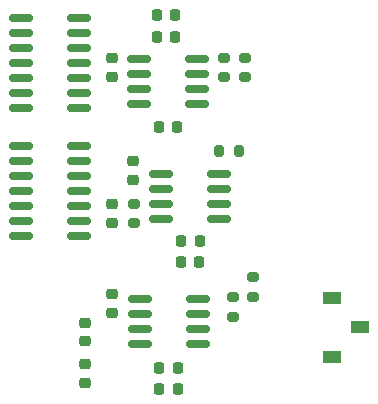
<source format=gtp>
%TF.GenerationSoftware,KiCad,Pcbnew,8.0.7*%
%TF.CreationDate,2025-01-18T18:37:27+05:30*%
%TF.ProjectId,AOS16 Timer,414f5331-3620-4546-996d-65722e6b6963,rev?*%
%TF.SameCoordinates,Original*%
%TF.FileFunction,Paste,Top*%
%TF.FilePolarity,Positive*%
%FSLAX46Y46*%
G04 Gerber Fmt 4.6, Leading zero omitted, Abs format (unit mm)*
G04 Created by KiCad (PCBNEW 8.0.7) date 2025-01-18 18:37:27*
%MOMM*%
%LPD*%
G01*
G04 APERTURE LIST*
G04 Aperture macros list*
%AMRoundRect*
0 Rectangle with rounded corners*
0 $1 Rounding radius*
0 $2 $3 $4 $5 $6 $7 $8 $9 X,Y pos of 4 corners*
0 Add a 4 corners polygon primitive as box body*
4,1,4,$2,$3,$4,$5,$6,$7,$8,$9,$2,$3,0*
0 Add four circle primitives for the rounded corners*
1,1,$1+$1,$2,$3*
1,1,$1+$1,$4,$5*
1,1,$1+$1,$6,$7*
1,1,$1+$1,$8,$9*
0 Add four rect primitives between the rounded corners*
20,1,$1+$1,$2,$3,$4,$5,0*
20,1,$1+$1,$4,$5,$6,$7,0*
20,1,$1+$1,$6,$7,$8,$9,0*
20,1,$1+$1,$8,$9,$2,$3,0*%
G04 Aperture macros list end*
%ADD10RoundRect,0.218750X0.256250X-0.218750X0.256250X0.218750X-0.256250X0.218750X-0.256250X-0.218750X0*%
%ADD11RoundRect,0.150000X-0.825000X-0.150000X0.825000X-0.150000X0.825000X0.150000X-0.825000X0.150000X0*%
%ADD12RoundRect,0.225000X0.250000X-0.225000X0.250000X0.225000X-0.250000X0.225000X-0.250000X-0.225000X0*%
%ADD13RoundRect,0.225000X0.225000X0.250000X-0.225000X0.250000X-0.225000X-0.250000X0.225000X-0.250000X0*%
%ADD14RoundRect,0.200000X0.200000X0.275000X-0.200000X0.275000X-0.200000X-0.275000X0.200000X-0.275000X0*%
%ADD15RoundRect,0.225000X-0.250000X0.225000X-0.250000X-0.225000X0.250000X-0.225000X0.250000X0.225000X0*%
%ADD16RoundRect,0.150000X0.825000X0.150000X-0.825000X0.150000X-0.825000X-0.150000X0.825000X-0.150000X0*%
%ADD17R,1.600000X1.000000*%
%ADD18RoundRect,0.200000X-0.275000X0.200000X-0.275000X-0.200000X0.275000X-0.200000X0.275000X0.200000X0*%
%ADD19RoundRect,0.200000X0.275000X-0.200000X0.275000X0.200000X-0.275000X0.200000X-0.275000X-0.200000X0*%
%ADD20RoundRect,0.225000X-0.225000X-0.250000X0.225000X-0.250000X0.225000X0.250000X-0.225000X0.250000X0*%
G04 APERTURE END LIST*
D10*
%TO.C,D2*%
X78000000Y-87487500D03*
X78000000Y-85912500D03*
%TD*%
D11*
%TO.C,U1*%
X82525000Y-63595000D03*
X82525000Y-64865000D03*
X82525000Y-66135000D03*
X82525000Y-67405000D03*
X87475000Y-67405000D03*
X87475000Y-66135000D03*
X87475000Y-64865000D03*
X87475000Y-63595000D03*
%TD*%
D12*
%TO.C,C5*%
X82088300Y-73800000D03*
X82088300Y-72250000D03*
%TD*%
D13*
%TO.C,C3*%
X85600000Y-61700000D03*
X84050000Y-61700000D03*
%TD*%
D14*
%TO.C,R3*%
X91000000Y-71350000D03*
X89350000Y-71350000D03*
%TD*%
D12*
%TO.C,C1*%
X80285000Y-65075000D03*
X80285000Y-63525000D03*
%TD*%
D15*
%TO.C,C6*%
X80250000Y-75900000D03*
X80250000Y-77450000D03*
%TD*%
D16*
%TO.C,U3*%
X87563300Y-87705000D03*
X87563300Y-86435000D03*
X87563300Y-85165000D03*
X87563300Y-83895000D03*
X82613300Y-83895000D03*
X82613300Y-85165000D03*
X82613300Y-86435000D03*
X82613300Y-87705000D03*
%TD*%
D17*
%TO.C,S1*%
X98875000Y-83800000D03*
X101275000Y-86300000D03*
X98875000Y-88800000D03*
%TD*%
D13*
%TO.C,C2*%
X85800000Y-69300000D03*
X84250000Y-69300000D03*
%TD*%
D18*
%TO.C,R1*%
X89750000Y-63475000D03*
X89750000Y-65125000D03*
%TD*%
D10*
%TO.C,D1*%
X78000000Y-91000000D03*
X78000000Y-89425000D03*
%TD*%
D19*
%TO.C,R4*%
X82150000Y-77500000D03*
X82150000Y-75850000D03*
%TD*%
D20*
%TO.C,C8*%
X86138300Y-79000000D03*
X87688300Y-79000000D03*
%TD*%
D18*
%TO.C,R6*%
X90500000Y-83750000D03*
X90500000Y-85400000D03*
%TD*%
D16*
%TO.C,U5*%
X77475000Y-78560000D03*
X77475000Y-77290000D03*
X77475000Y-76020000D03*
X77475000Y-74750000D03*
X77475000Y-73480000D03*
X77475000Y-72210000D03*
X77475000Y-70940000D03*
X72525000Y-70940000D03*
X72525000Y-72210000D03*
X72525000Y-73480000D03*
X72525000Y-74750000D03*
X72525000Y-76020000D03*
X72525000Y-77290000D03*
X72525000Y-78560000D03*
%TD*%
D19*
%TO.C,R2*%
X91500000Y-65150000D03*
X91500000Y-63500000D03*
%TD*%
%TO.C,R5*%
X92225000Y-83725000D03*
X92225000Y-82075000D03*
%TD*%
D13*
%TO.C,C4*%
X85600000Y-59900000D03*
X84050000Y-59900000D03*
%TD*%
D15*
%TO.C,C9*%
X80288300Y-83505000D03*
X80288300Y-85055000D03*
%TD*%
D16*
%TO.C,U2*%
X89363300Y-77105000D03*
X89363300Y-75835000D03*
X89363300Y-74565000D03*
X89363300Y-73295000D03*
X84413300Y-73295000D03*
X84413300Y-74565000D03*
X84413300Y-75835000D03*
X84413300Y-77105000D03*
%TD*%
D20*
%TO.C,C10*%
X84288300Y-89705000D03*
X85838300Y-89705000D03*
%TD*%
%TO.C,C7*%
X86113300Y-80800000D03*
X87663300Y-80800000D03*
%TD*%
%TO.C,C11*%
X84288300Y-91505000D03*
X85838300Y-91505000D03*
%TD*%
D16*
%TO.C,U4*%
X77475000Y-67710000D03*
X77475000Y-66440000D03*
X77475000Y-65170000D03*
X77475000Y-63900000D03*
X77475000Y-62630000D03*
X77475000Y-61360000D03*
X77475000Y-60090000D03*
X72525000Y-60090000D03*
X72525000Y-61360000D03*
X72525000Y-62630000D03*
X72525000Y-63900000D03*
X72525000Y-65170000D03*
X72525000Y-66440000D03*
X72525000Y-67710000D03*
%TD*%
M02*

</source>
